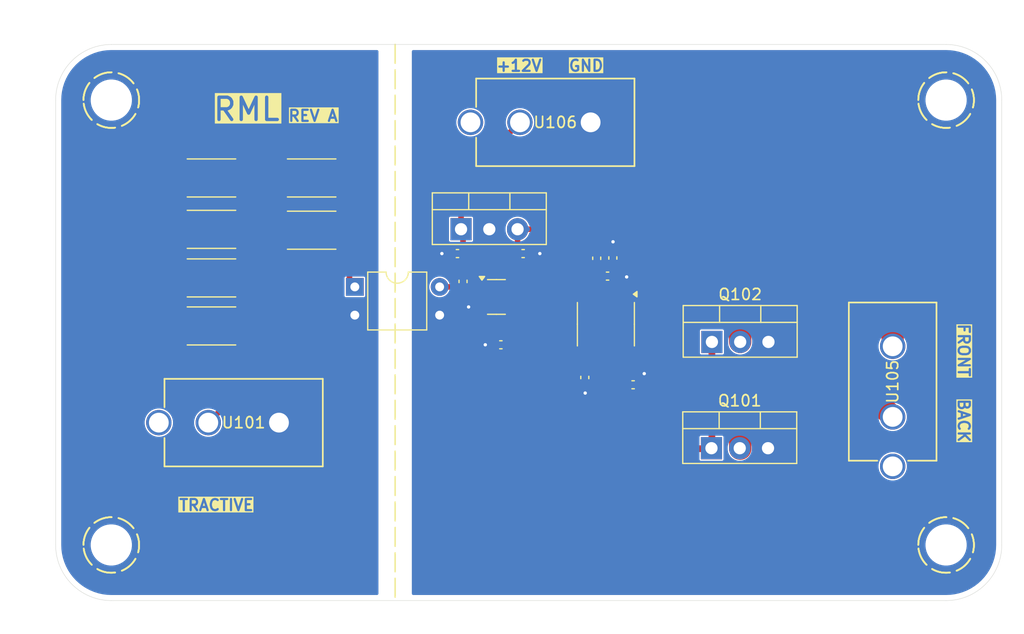
<source format=kicad_pcb>
(kicad_pcb (version 20241229) (generator "pcbnew") (generator_version "9.0")
  (layers (0 "F.Cu" signal) (4 "In1.Cu" signal) (6 "In2.Cu" signal) (2 "B.Cu" signal) (13 "F.Paste" user) (15 "B.Paste" user) (5 "F.SilkS" user "F.Silkscreen") (7 "B.SilkS" user "B.Silkscreen") (1 "F.Mask" user) (3 "B.Mask" user) (25 "Edge.Cuts" user))
  (net 0 "")
  (net 1 "Net-(U102-CV)")
  (net 2 "+12V")
  (net 3 "GND")
  (net 4 "+5V")
  (net 5 "Net-(Q101-D)")
  (net 6 "/THRESH")
  (net 7 "/DRIVE")
  (net 8 "352.8V")
  (net 9 "Net-(Q102-D)")
  (net 10 "Net-(R101-Pad1)")
  (net 11 "Net-(R102-Pad1)")
  (net 12 "Net-(R103-Pad1)")
  (net 13 "Net-(R104-Pad1)")
  (net 14 "CLOCK")
  (net 15 "12.5 mA")
  (net 16 "GNDPWR")
  (net 17 "Net-(R106-Pad1)")
  (net 18 "Net-(R109-Pad2)")
  (footprint "Package_TO_SOT_THT:TO-220-3_Vertical" (layer "F.Cu") (at 113.96 61.745)
    (property "Reference" "Q102" (at 2.54 -4.27 0) (layer "F.SilkS"))
    (property "Value" "Q_NMOS_GDS")
    (fp_line (start -2.58 -3.27) (end -2.58 1.371) (stroke (width 0.12)) (layer "F.SilkS"))
    (fp_line (start -2.58 -3.27) (end 7.66 -3.27) (stroke (width 0.12)) (layer "F.SilkS"))
    (fp_line (start -2.58 -1.76) (end 7.66 -1.76) (stroke (width 0.12)) (layer "F.SilkS"))
    (fp_line (start -2.58 1.371) (end 7.66 1.371) (stroke (width 0.12)) (layer "F.SilkS"))
    (fp_line (start 0.69 -3.27) (end 0.69 -1.76) (stroke (width 0.12)) (layer "F.SilkS"))
    (fp_line (start 4.391 -3.27) (end 4.391 -1.76) (stroke (width 0.12)) (layer "F.SilkS"))
    (fp_line (start 7.66 -3.27) (end 7.66 1.371) (stroke (width 0.12)) (layer "F.SilkS"))
    (pad "1" thru_hole rect (at 0 0) (size 1.905 2) (drill 1.1) (layers "*.Cu" "*.Mask") (net 7 "/DRIVE"))
    (pad "2" thru_hole oval (at 2.54 0) (size 1.905 2) (drill 1.1) (layers "*.Cu" "*.Mask") (net 9 "Net-(Q102-D)"))
    (pad "3" thru_hole oval (at 5.08 0) (size 1.905 2) (drill 1.1) (layers "*.Cu" "*.Mask") (net 3 "GND"))
  )
  (footprint "MountingHole:MountingHole_3.2mm_M3" (layer "F.Cu") (at 60 80)
    (property "Reference" "H103" (hide yes))
    (property "Value" "MountingHole")
    (pad "" np_thru_hole circle (at 0 0) (size 3.2 3.2) (drill 3.2) (layers "*.Cu" "*.Mask"))
  )
  (footprint "Capacitor_SMD:C_0402_1005Metric" (layer "F.Cu") (at 106.880992 65.595485)
    (property "Reference" "C102" (hide yes))
    (property "Value" "0.1u")
    (fp_line (start -0.107836 -0.36) (end 0.107836 -0.36) (stroke (width 0.12)) (layer "F.SilkS"))
    (fp_line (start -0.107836 0.36) (end 0.107836 0.36) (stroke (width 0.12)) (layer "F.SilkS"))
    (pad "1" smd roundrect (at -0.48 0) (size 0.56 0.62) (layers "F.Cu" "F.Mask" "F.Paste") (net 4 "+5V"))
    (pad "2" smd roundrect (at 0.48 0) (size 0.56 0.62) (layers "F.Cu" "F.Mask" "F.Paste") (net 3 "GND"))
  )
  (footprint "Resistor_SMD:R_2512_6332Metric_Pad1.40x3.35mm_HandSolder" (layer "F.Cu") (at 69 47 180)
    (property "Reference" "R104" (hide yes))
    (property "Value" "4.7k")
    (fp_line (start -2.177064 1.71) (end 2.177064 1.71) (stroke (width 0.12)) (layer "F.SilkS"))
    (fp_line (start -2.177064 -1.71) (end 2.177064 -1.71) (stroke (width 0.12)) (layer "F.SilkS"))
    (pad "1" smd roundrect (at -3.05 0 180) (size 1.4 3.35) (layers "F.Cu" "F.Mask" "F.Paste") (roundrect_rratio 0.178571) (net 13 "Net-(R104-Pad1)"))
    (pad "2" smd roundrect (at 3.05 0 180) (size 1.4 3.35) (layers "F.Cu" "F.Mask" "F.Paste") (roundrect_rratio 0.178571) (net 12 "Net-(R103-Pad1)"))
  )
  (footprint "Package_DIP:DIP-4_W7.62mm" (layer "F.Cu") (at 81.878 56.795)
    (property "Reference" "U103" (hide yes))
    (property "Value" "SFH617A-1")
    (fp_line (start 1.16 -1.33) (end 1.16 3.87) (stroke (width 0.12)) (layer "F.SilkS"))
    (fp_line (start 1.16 3.87) (end 6.46 3.87) (stroke (width 0.12)) (layer "F.SilkS"))
    (fp_line (start 2.81 -1.33) (end 1.16 -1.33) (stroke (width 0.12)) (layer "F.SilkS"))
    (fp_line (start 6.46 -1.33) (end 4.81 -1.33) (stroke (width 0.12)) (layer "F.SilkS"))
    (fp_line (start 6.46 3.87) (end 6.46 -1.33) (stroke (width 0.12)) (layer "F.SilkS"))
    (fp_arc (start 4.81 -1.33) (mid 3.81 -0.33) (end 2.81 -1.33) (stroke (width 0.12)) (layer "F.SilkS"))
    (pad "1" thru_hole rect (at 0 0) (size 1.6 1.6) (drill 0.8) (layers "*.Cu" "*.Mask") (net 15 "12.5 mA"))
    (pad "2" thru_hole oval (at 0 2.54) (size 1.6 1.6) (drill 0.8) (layers "*.Cu" "*.Mask") (net 16 "GNDPWR"))
    (pad "3" thru_hole oval (at 7.62 2.54) (size 1.6 1.6) (drill 0.8) (layers "*.Cu" "*.Mask") (net 3 "GND"))
    (pad "4" thru_hole oval (at 7.62 0) (size 1.6 1.6) (drill 0.8) (layers "*.Cu" "*.Mask") (net 18 "Net-(R109-Pad2)"))
  )
  (footprint "MountingHole:MountingHole_3.2mm_M3" (layer "F.Cu") (at 60 40)
    (property "Reference" "H104" (hide yes))
    (property "Value" "MountingHole")
    (pad "" np_thru_hole circle (at 0 0) (size 3.2 3.2) (drill 3.2) (layers "*.Cu" "*.Mask"))
  )
  (footprint "CONNECTOR:641964-1_TYC" (layer "F.Cu") (at 68.714 69)
    (property "Reference" "U101" (at 3.175 0 0) (layer "F.SilkS"))
    (property "Value" "641964-1")
    (fp_line (start -3.937 -3.937) (end -3.937 -1.385548) (stroke (width 0.1524)) (layer "F.SilkS"))
    (fp_line (start -3.937 1.385548) (end -3.937 3.937) (stroke (width 0.1524)) (layer "F.SilkS"))
    (fp_line (start -3.937 3.937) (end 10.287 3.937) (stroke (width 0.1524)) (layer "F.SilkS"))
    (fp_line (start 10.287 -3.937) (end -3.937 -3.937) (stroke (width 0.1524)) (layer "F.SilkS"))
    (fp_line (start 10.287 3.937) (end 10.287 -3.937) (stroke (width 0.1524)) (layer "F.SilkS"))
    (fp_circle (center -4.572 0) (end -4.191 0) (stroke (width 0.508)) (fill no) (layer "B.SilkS"))
    (pad "1" thru_hole circle (at 0 0) (size 2.286 2.286) (drill 1.778) (layers "*.Cu" "*.Mask") (net 8 "352.8V"))
    (pad "2" thru_hole circle (at 6.35 0) (size 2.286 2.286) (drill 1.778) (layers "*.Cu" "*.Mask") (net 16 "GNDPWR"))
    (pad "3" thru_hole circle (at -4.445 0) (size 2.286 2.286) (drill 1.778) (layers "*.Cu" "*.Mask"))
  )
  (footprint "Capacitor_SMD:C_0402_1005Metric" (layer "F.Cu") (at 104.585 55.82586)
    (property "Reference" "R105" (hide yes))
    (property "Value" "15k")
    (fp_line (start -0.107836 -0.36) (end 0.107836 -0.36) (stroke (width 0.12)) (layer "F.SilkS"))
    (fp_line (start -0.107836 0.36) (end 0.107836 0.36) (stroke (width 0.12)) (layer "F.SilkS"))
    (pad "1" smd roundrect (at -0.48 0) (size 0.56 0.62) (layers "F.Cu" "F.Mask" "F.Paste") (net 14 "CLOCK"))
    (pad "2" smd roundrect (at 0.48 0) (size 0.56 0.62) (layers "F.Cu" "F.Mask" "F.Paste") (net 6 "/THRESH"))
  )
  (footprint "Capacitor_SMD:C_0402_1005Metric" (layer "F.Cu") (at 102.54 64.94086 -90)
    (property "Reference" "C103" (hide yes))
    (property "Value" "0.01u")
    (fp_line (start -0.107836 0.36) (end 0.107836 0.36) (stroke (width 0.12)) (layer "F.SilkS"))
    (fp_line (start -0.107836 -0.36) (end 0.107836 -0.36) (stroke (width 0.12)) (layer "F.SilkS"))
    (pad "1" smd roundrect (at -0.48 0 270) (size 0.56 0.62) (layers "F.Cu" "F.Mask" "F.Paste") (net 1 "Net-(U102-CV)"))
    (pad "2" smd roundrect (at 0.48 0 270) (size 0.56 0.62) (layers "F.Cu" "F.Mask" "F.Paste") (net 3 "GND"))
  )
  (footprint "MountingHole:MountingHole_3.2mm_M3" (layer "F.Cu") (at 135 80)
    (property "Reference" "H101" (hide yes))
    (property "Value" "MountingHole")
    (pad "" np_thru_hole circle (at 0 0) (size 3.2 3.2) (drill 3.2) (layers "*.Cu" "*.Mask"))
  )
  (footprint "Resistor_SMD:R_2512_6332Metric_Pad1.40x3.35mm_HandSolder" (layer "F.Cu") (at 78 47 180)
    (property "Reference" "R106" (hide yes))
    (property "Value" "4.7k")
    (fp_line (start -2.177064 1.71) (end 2.177064 1.71) (stroke (width 0.12)) (layer "F.SilkS"))
    (fp_line (start -2.177064 -1.71) (end 2.177064 -1.71) (stroke (width 0.12)) (layer "F.SilkS"))
    (pad "1" smd roundrect (at -3.05 0 180) (size 1.4 3.35) (layers "F.Cu" "F.Mask" "F.Paste") (roundrect_rratio 0.178571) (net 17 "Net-(R106-Pad1)"))
    (pad "2" smd roundrect (at 3.05 0 180) (size 1.4 3.35) (layers "F.Cu" "F.Mask" "F.Paste") (roundrect_rratio 0.178571) (net 13 "Net-(R104-Pad1)"))
  )
  (footprint "CONNECTOR:641964-1_TYC" (layer "F.Cu") (at 96.714 42)
    (property "Reference" "U106" (at 3.175 0 0) (layer "F.SilkS"))
    (property "Value" "641964-1")
    (fp_line (start -3.937 -3.937) (end -3.937 -1.385548) (stroke (width 0.1524)) (layer "F.SilkS"))
    (fp_line (start -3.937 1.385548) (end -3.937 3.937) (stroke (width 0.1524)) (layer "F.SilkS"))
    (fp_line (start -3.937 3.937) (end 10.287 3.937) (stroke (width 0.1524)) (layer "F.SilkS"))
    (fp_line (start 10.287 -3.937) (end -3.937 -3.937) (stroke (width 0.1524)) (layer "F.SilkS"))
    (fp_line (start 10.287 3.937) (end 10.287 -3.937) (stroke (width 0.1524)) (layer "F.SilkS"))
    (fp_circle (center -4.572 0) (end -4.191 0) (stroke (width 0.508)) (fill no) (layer "B.SilkS"))
    (pad "1" thru_hole circle (at 0 0) (size 2.286 2.286) (drill 1.778) (layers "*.Cu" "*.Mask") (net 2 "+12V"))
    (pad "2" thru_hole circle (at 6.35 0) (size 2.286 2.286) (drill 1.778) (layers "*.Cu" "*.Mask") (net 3 "GND"))
    (pad "3" thru_hole circle (at -4.445 0) (size 2.286 2.286) (drill 1.778) (layers "*.Cu" "*.Mask"))
  )
  (footprint "Capacitor_SMD:C_0402_1005Metric" (layer "F.Cu") (at 91.1 53.8 180)
    (property "Reference" "C105" (hide yes))
    (property "Value" "0.33u")
    (fp_line (start -0.107836 0.36) (end 0.107836 0.36) (stroke (width 0.12)) (layer "F.SilkS"))
    (fp_line (start -0.107836 -0.36) (end 0.107836 -0.36) (stroke (width 0.12)) (layer "F.SilkS"))
    (pad "1" smd roundrect (at -0.48 0 180) (size 0.56 0.62) (layers "F.Cu" "F.Mask" "F.Paste") (net 2 "+12V"))
    (pad "2" smd roundrect (at 0.48 0 180) (size 0.56 0.62) (layers "F.Cu" "F.Mask" "F.Paste") (net 3 "GND"))
  )
  (footprint "Resistor_SMD:R_2512_6332Metric_Pad1.40x3.35mm_HandSolder" (layer "F.Cu") (at 78 51.7 180)
    (property "Reference" "R108" (hide yes))
    (property "Value" "4.7k")
    (fp_line (start -2.177064 1.71) (end 2.177064 1.71) (stroke (width 0.12)) (layer "F.SilkS"))
    (fp_line (start -2.177064 -1.71) (end 2.177064 -1.71) (stroke (width 0.12)) (layer "F.SilkS"))
    (pad "1" smd roundrect (at -3.05 0 180) (size 1.4 3.35) (layers "F.Cu" "F.Mask" "F.Paste") (roundrect_rratio 0.178571) (net 15 "12.5 mA"))
    (pad "2" smd roundrect (at 3.05 0 180) (size 1.4 3.35) (layers "F.Cu" "F.Mask" "F.Paste") (roundrect_rratio 0.178571) (net 17 "Net-(R106-Pad1)"))
  )
  (footprint "Resistor_SMD:R_2512_6332Metric_Pad1.40x3.35mm_HandSolder" (layer "F.Cu") (at 69 55.988 180)
    (property "Reference" "R102" (hide yes))
    (property "Value" "4.7k")
    (fp_line (start -2.177064 1.71) (end 2.177064 1.71) (stroke (width 0.12)) (layer "F.SilkS"))
    (fp_line (start -2.177064 -1.71) (end 2.177064 -1.71) (stroke (width 0.12)) (layer "F.SilkS"))
    (pad "1" smd roundrect (at -3.05 0 180) (size 1.4 3.35) (layers "F.Cu" "F.Mask" "F.Paste") (roundrect_rratio 0.178571) (net 11 "Net-(R102-Pad1)"))
    (pad "2" smd roundrect (at 3.05 0 180) (size 1.4 3.35) (layers "F.Cu" "F.Mask" "F.Paste") (roundrect_rratio 0.178571) (net 10 "Net-(R101-Pad1)"))
  )
  (footprint "Capacitor_SMD:C_0402_1005Metric" (layer "F.Cu") (at 97 53.8)
    (property "Reference" "C106" (hide yes))
    (property "Value" "0.01u")
    (fp_line (start -0.107836 -0.36) (end 0.107836 -0.36) (stroke (width 0.12)) (layer "F.SilkS"))
    (fp_line (start -0.107836 0.36) (end 0.107836 0.36) (stroke (width 0.12)) (layer "F.SilkS"))
    (pad "1" smd roundrect (at -0.48 0) (size 0.56 0.62) (layers "F.Cu" "F.Mask" "F.Paste") (net 4 "+5V"))
    (pad "2" smd roundrect (at 0.48 0) (size 0.56 0.62) (layers "F.Cu" "F.Mask" "F.Paste") (net 3 "GND"))
  )
  (footprint "Capacitor_SMD:C_0201_0603Metric" (layer "F.Cu") (at 106.680992 64.495485)
    (property "Reference" "C101" (hide yes))
    (property "Value" "1u")
    (pad "1" smd roundrect (at -0.32 0) (size 0.46 0.4) (layers "F.Cu" "F.Mask") (net 4 "+5V"))
    (pad "2" smd roundrect (at 0.32 0) (size 0.46 0.4) (layers "F.Cu" "F.Mask") (net 3 "GND"))
  )
  (footprint "Capacitor_SMD:C_0402_1005Metric" (layer "F.Cu") (at 105.06 54.19586 -90)
    (property "Reference" "C104" (hide yes))
    (property "Value" "22u")
    (fp_line (start -0.107836 0.36) (end 0.107836 0.36) (stroke (width 0.12)) (layer "F.SilkS"))
    (fp_line (start -0.107836 -0.36) (end 0.107836 -0.36) (stroke (width 0.12)) (layer "F.SilkS"))
    (pad "1" smd roundrect (at -0.48 0 270) (size 0.56 0.62) (layers "F.Cu" "F.Mask" "F.Paste") (net 3 "GND"))
    (pad "2" smd roundrect (at 0.48 0 270) (size 0.56 0.62) (layers "F.Cu" "F.Mask" "F.Paste") (net 6 "/THRESH"))
  )
  (footprint "Capacitor_SMD:C_0402_1005Metric" (layer "F.Cu") (at 91.6 56.3 -90)
    (property "Reference" "R109" (hide yes))
    (property "Value" "10k")
    (fp_line (start -0.107836 0.36) (end 0.107836 0.36) (stroke (width 0.12)) (layer "F.SilkS"))
    (fp_line (start -0.107836 -0.36) (end 0.107836 -0.36) (stroke (width 0.12)) (layer "F.SilkS"))
    (pad "1" smd roundrect (at -0.48 0 270) (size 0.56 0.62) (layers "F.Cu" "F.Mask" "F.Paste") (net 4 "+5V"))
    (pad "2" smd roundrect (at 0.48 0 270) (size 0.56 0.62) (layers "F.Cu" "F.Mask" "F.Paste") (net 18 "Net-(R109-Pad2)"))
  )
  (footprint "Capacitor_SMD:C_0402_1005Metric" (layer "F.Cu") (at 103.61 54.22086 90)
    (property "Reference" "R107" (hide yes))
    (property "Value" "100k")
    (fp_line (start -0.107836 -0.36) (end 0.107836 -0.36) (stroke (width 0.12)) (layer "F.SilkS"))
    (fp_line (start -0.107836 0.36) (end 0.107836 0.36) (stroke (width 0.12)) (layer "F.SilkS"))
    (pad "1" smd roundrect (at -0.48 0 90) (size 0.56 0.62) (layers "F.Cu" "F.Mask" "F.Paste") (net 6 "/THRESH"))
    (pad "2" smd roundrect (at 0.48 0 90) (size 0.56 0.62) (layers "F.Cu" "F.Mask" "F.Paste") (net 4 "+5V"))
  )
  (footprint "Resistor_SMD:R_2512_6332Metric_Pad1.40x3.35mm_HandSolder" (layer "F.Cu") (at 69 51.621)
    (property "Reference" "R103" (hide yes))
    (property "Value" "4.7k")
    (fp_line (start -2.177064 -1.71) (end 2.177064 -1.71) (stroke (width 0.12)) (layer "F.SilkS"))
    (fp_line (start -2.177064 1.71) (end 2.177064 1.71) (stroke (width 0.12)) (layer "F.SilkS"))
    (pad "1" smd roundrect (at -3.05 0) (size 1.4 3.35) (layers "F.Cu" "F.Mask" "F.Paste") (roundrect_rratio 0.178571) (net 12 "Net-(R103-Pad1)"))
    (pad "2" smd roundrect (at 3.05 0) (size 1.4 3.35) (layers "F.Cu" "F.Mask" "F.Paste") (roundrect_rratio 0.178571) (net 11 "Net-(R102-Pad1)"))
  )
  (footprint "Capacitor_SMD:C_0402_1005Metric" (layer "F.Cu") (at 95 62)
    (property "Reference" "R110" (hide yes))
    (property "Value" "100k")
    (fp_line (start -0.107836 -0.36) (end 0.107836 -0.36) (stroke (width 0.12)) (layer "F.SilkS"))
    (fp_line (start -0.107836 0.36) (end 0.107836 0.36) (stroke (width 0.12)) (layer "F.SilkS"))
    (pad "1" smd roundrect (at -0.48 0) (size 0.56 0.62) (layers "F.Cu" "F.Mask" "F.Paste") (net 3 "GND"))
    (pad "2" smd roundrect (at 0.48 0) (size 0.56 0.62) (layers "F.Cu" "F.Mask" "F.Paste") (net 7 "/DRIVE"))
  )
  (footprint "Package_SO:SOIC-8_3.9x4.9mm_P1.27mm" (layer "F.Cu") (at 104.435 60.15086 -90)
    (property "Reference" "U102" (hide yes))
    (property "Value" "LM555xM")
    (fp_line (start 0 2.56) (end -1.95 2.56) (stroke (width 0.12)) (layer "F.SilkS"))
    (fp_line (start 0 2.56) (end 1.95 2.56) (stroke (width 0.12)) (layer "F.SilkS"))
    (fp_line (start 0 -2.56) (end -1.95 -2.56) (stroke (width 0.12)) (layer "F.SilkS"))
    (fp_line (start 0 -2.56) (end 1.95 -2.56) (stroke (width 0.12)) (layer "F.SilkS"))
    (fp_poly (pts (xy -2.7 -2.465) (xy -2.94 -2.795) (xy -2.46 -2.795) (xy -2.7 -2.465)) (stroke (width 0.12)) (fill yes) (layer "F.SilkS"))
    (pad "1" smd roundrect (at -2.475 -1.905 270) (size 1.95 0.6) (layers "F.Cu" "F.Mask" "F.Paste") (net 3 "GND"))
    (pad "2" smd roundrect (at -2.475 -0.635 270) (size 1.95 0.6) (layers "F.Cu" "F.Mask" "F.Paste") (net 6 "/THRESH"))
    (pad "3" smd roundrect (at -2.475 0.635 270) (size 1.95 0.6) (layers "F.Cu" "F.Mask" "F.Paste") (net 14 "CLOCK"))
    (pad "4" smd roundrect (at -2.475 1.905 270) (size 1.95 0.6) (layers "F.Cu" "F.Mask" "F.Paste") (net 4 "+5V"))
    (pad "5" smd roundrect (at 2.475 1.905 270) (size 1.95 0.6) (layers "F.Cu" "F.Mask" "F.Paste") (net 1 "Net-(U102-CV)"))
    (pad "6" smd roundrect (at 2.475 0.635 270) (size 1.95 0.6) (layers "F.Cu" "F.Mask" "F.Paste") (net 6 "/THRESH"))
    (pad "7" smd roundrect (at 2.475 -0.635 270) (size 1.95 0.6) (layers "F.Cu" "F.Mask" "F.Paste"))
    (pad "8" smd roundrect (at 2.475 -1.905 270) (size 1.95 0.6) (layers "F.Cu" "F.Mask" "F.Paste") (net 4 "+5V"))
  )
  (footprint "Resistor_SMD:R_2512_6332Metric_Pad1.40x3.35mm_HandSolder" (layer "F.Cu") (at 69 60.306)
    (property "Reference" "R101" (hide yes))
    (property "Value" "4.7k")
    (fp_line (start -2.177064 -1.71) (end 2.177064 -1.71) (stroke (width 0.12)) (layer "F.SilkS"))
    (fp_line (start -2.177064 1.71) (end 2.177064 1.71) (stroke (width 0.12)) (layer "F.SilkS"))
    (pad "1" smd roundrect (at -3.05 0) (size 1.4 3.35) (layers "F.Cu" "F.Mask" "F.Paste") (roundrect_rratio 0.178571) (net 10 "Net-(R101-Pad1)"))
    (pad "2" smd roundrect (at 3.05 0) (size 1.4 3.35) (layers "F.Cu" "F.Mask" "F.Paste") (roundrect_rratio 0.178571) (net 8 "352.8V"))
  )
  (footprint "Package_TO_SOT_THT:TO-220-3_Vertical" (layer "F.Cu") (at 91.42 51.611)
    (property "Reference" "U107" (hide yes))
    (property "Value" "LM7805_TO220")
    (fp_line (start -2.58 -3.27) (end -2.58 1.371) (stroke (width 0.12)) (layer "F.SilkS"))
    (fp_line (start -2.58 -3.27) (end 7.66 -3.27) (stroke (width 0.12)) (layer "F.SilkS"))
    (fp_line (start -2.58 -1.76) (end 7.66 -1.76) (stroke (width 0.12)) (layer "F.SilkS"))
    (fp_line (start -2.58 1.371) (end 7.66 1.371) (stroke (width 0.12)) (layer "F.SilkS"))
    (fp_line (start 0.69 -3.27) (end 0.69 -1.76) (stroke (width 0.12)) (layer "F.SilkS"))
    (fp_line (start 4.391 -3.27) (end 4.391 -1.76) (stroke (width 0.12)) (layer "F.SilkS"))
    (fp_line (start 7.66 -3.27) (end 7.66 1.371) (stroke (width 0.12)) (layer "F.SilkS"))
    (pad "1" thru_hole rect (at 0 0) (size 1.905 2) (drill 1.1) (layers "*.Cu" "*.Mask") (net 2 "+12V"))
    (pad "2" thru_hole oval (at 2.54 0) (size 1.905 2) (drill 1.1) (layers "*.Cu" "*.Mask") (net 3 "GND"))
    (pad "3" thru_hole oval (at 5.08 0) (size 1.905 2) (drill 1.1) (layers "*.Cu" "*.Mask") (net 4 "+5V"))
  )
  (footprint "Package_TO_SOT_THT:TO-220-3_Vertical" (layer "F.Cu") (at 113.92 71.3)
    (property "Reference" "Q101" (at 2.54 -4.27 0) (layer "F.SilkS"))
    (property "Value" "Q_NMOS_GDS")
    (fp_line (start -2.58 -3.27) (end -2.58 1.371) (stroke (width 0.12)) (layer "F.SilkS"))
    (fp_line (start -2.58 -3.27) (end 7.66 -3.27) (stroke (width 0.12)) (layer "F.SilkS"))
    (fp_line (start -2.58 -1.76) (end 7.66 -1.76) (stroke (width 0.12)) (layer "F.SilkS"))
    (fp_line (start -2.58 1.371) (end 7.66 1.371) (stroke (width 0.12)) (layer "F.SilkS"))
    (fp_line (start 0.69 -3.27) (end 0.69 -1.76) (stroke (width 0.12)) (layer "F.SilkS"))
    (fp_line (start 4.391 -3.27) (end 4.391 -1.76) (stroke (width 0.12)) (layer "F.SilkS"))
    (fp_line (start 7.66 -3.27) (end 7.66 1.371) (stroke (width 0.12)) (layer "F.SilkS"))
    (pad "1" thru_hole rect (at 0 0) (size 1.905 2) (drill 1.1) (layers "*.Cu" "*.Mask") (net 7 "/DRIVE"))
    (pad "2" thru_hole oval (at 2.54 0) (size 1.905 2) (drill 1.1) (layers "*.Cu" "*.Mask") (net 5 "Net-(Q101-D)"))
    (pad "3" thru_hole oval (at 5.08 0) (size 1.905 2) (drill 1.1) (layers "*.Cu" "*.Mask") (net 3 "GND"))
  )
  (footprint "MountingHole:MountingHole_3.2mm_M3" (layer "F.Cu") (at 135 40)
    (property "Reference" "H102" (hide yes))
    (property "Value" "MountingHole")
    (pad "" np_thru_hole circle (at 0 0) (size 3.2 3.2) (drill 3.2) (layers "*.Cu" "*.Mask"))
  )
  (footprint "CONNECTOR:641964-1_TYC" (layer "F.Cu") (at 130.2 68.486 90)
    (property "Reference" "U105" (at 3.175 0 90) (layer "F.SilkS"))
    (property "Value" "641964-1")
    (fp_line (start 10.287 -3.937) (end -3.937 -3.937) (stroke (width 0.1524)) (layer "F.SilkS"))
    (fp_line (start -3.937 -3.937) (end -3.937 -1.385548) (stroke (width 0.1524)) (layer "F.SilkS"))
    (fp_line (start -3.937 1.385548) (end -3.937 3.937) (stroke (width 0.1524)) (layer "F.SilkS"))
    (fp_line (start 10.287 3.937) (end 10.287 -3.937) (stroke (width 0.1524)) (layer "F.SilkS"))
    (fp_line (start -3.937 3.937) (end 10.287 3.937) (stroke (width 0.1524)) (layer "F.SilkS"))
    (fp_circle (center -4.572 0) (end -4.191 0) (stroke (width 0.508)) (fill no) (layer "B.SilkS"))
    (pad "1" thru_hole circle (at 0 0 90) (size 2.286 2.286) (drill 1.778) (layers "*.Cu" "*.Mask") (net 5 "Net-(Q101-D)"))
    (pad "2" thru_hole circle (at 6.35 0 90) (size 2.286 2.286) (drill 1.778) (layers "*.Cu" "*.Mask") (net 9 "Net-(Q102-D)"))
    (pad "3" thru_hole circle (at -4.445 0 90) (size 2.286 2.286) (drill 1.778) (layers "*.Cu" "*.Mask"))
  )
  (footprint "Package_TO_SOT_SMD:SOT-23-5" (layer "F.Cu") (at 94.6 57.7)
    (property "Reference" "U104" (hide yes))
    (property "Value" "74AHC1G02")
    (fp_line (start 0 -1.56) (end -0.8 -1.56) (stroke (width 0.12)) (layer "F.SilkS"))
    (fp_line (start 0 -1.56) (end 0.8 -1.56) (stroke (width 0.12)) (layer "F.SilkS"))
    (fp_line (start 0 1.56) (end -0.8 1.56) (stroke (width 0.12)) (layer "F.SilkS"))
    (fp_line (start 0 1.56) (end 0.8 1.56) (stroke (width 0.12)) (layer "F.SilkS"))
    (fp_poly (pts (xy -1.3 -1.51) (xy -1.54 -1.84) (xy -1.06 -1.84) (xy -1.3 -1.51)) (stroke (width 0.12)) (fill yes) (layer "F.SilkS"))
    (pad "1" smd roundrect (at -1.1375 -0.95) (size 1.325 0.6) (layers "F.Cu" "F.Mask" "F.Paste") (net 18 "Net-(R109-Pad2)"))
    (pad "2" smd roundrect (at -1.1375 0) (size 1.325 0.6) (layers "F.Cu" "F.Mask" "F.Paste") (net 14 "CLOCK"))
    (pad "3" smd roundrect (at -1.1375 0.95) (size 1.325 0.6) (layers "F.Cu" "F.Mask" "F.Paste") (net 3 "GND"))
    (pad "4" smd roundrect (at 1.1375 0.95) (size 1.325 0.6) (layers "F.Cu" "F.Mask" "F.Paste") (net 7 "/DRIVE"))
    (pad "5" smd roundrect (at 1.1375 -0.95) (size 1.325 0.6) (layers "F.Cu" "F.Mask" "F.Paste") (net 4 "+5V"))
  )
  (gr_line (start 85.5 35) (end 85.5 85) (stroke (width 0.1524) (type dash)) (layer "F.SilkS"))
  (gr_circle (center 60 40) (end 57.5 40) (stroke (width 0.1524) (type dash)) (fill no) (layer "F.SilkS"))
  (gr_circle (center 135 80) (end 132.5 80) (stroke (width 0.1524) (type dash)) (fill no) (layer "F.SilkS"))
  (gr_circle (center 60 80) (end 57.5 80) (stroke (width 0.1524) (type dash)) (fill no) (layer "F.SilkS"))
  (gr_circle (center 135 40) (end 132.5 40) (stroke (width 0.1524) (type dash)) (fill no) (layer "F.SilkS"))
  (gr_arc (start 140 80) (mid 138.535534 83.535534) (end 135 85) (stroke (width 0.0381)) (layer "Edge.Cuts"))
  (gr_arc (start 135 35) (mid 138.535534 36.464466) (end 140 40) (stroke (width 0.0381)) (layer "Edge.Cuts"))
  (gr_line (start 135 85) (end 60 85) (stroke (width 0.0381)) (layer "Edge.Cuts"))
  (gr_line (start 140 40) (end 140 80) (stroke (width 0.0381)) (layer "Edge.Cuts"))
  (gr_arc (start 60 85) (mid 56.464466 83.535534) (end 55 80) (stroke (width 0.0381)) (layer "Edge.Cuts"))
  (gr_line (start 55 80) (end 55 40) (stroke (width 0.0381)) (layer "Edge.Cuts"))
  (gr_arc (start 55 40) (mid 56.464466 36.464466) (end 60 35) (stroke (width 0.0381)) (layer "Edge.Cuts"))
  (gr_line (start 60 35) (end 135 35) (stroke (width 0.0381)) (layer "Edge.Cuts"))
  (gr_text "TRACTIVE" (at 66 77 0) (layer "F.SilkS" knockout) (effects (font (size 1 1) (thickness 0.2) (bold yes)) (justify left bottom)))
  (gr_text "REV A" (at 75.8 42 0) (layer "F.SilkS" knockout) (effects (font (size 1 1) (thickness 0.2) (bold yes)) (justify left bottom)))
  (gr_text "FRONT" (at 136 60 270) (layer "F.SilkS" knockout) (effects (font (size 1 1) (thickness 0.2) (bold yes)) (justify left bottom)))
  (gr_text "+12V" (at 94.5 37.5 0) (layer "F.SilkS" knockout) (effects (font (size 1 1) (thickness 0.2) (bold yes)) (justify left bottom)))
  (gr_text "RML" (at 69 42 0) (layer "F.SilkS" knockout) (effects (font (size 2 2) (thickness 0.3)) (justify left bottom)))
  (gr_text "BACK\n" (at 136 66.75 270) (layer "F.SilkS" knockout) (effects (font (size 1 1) (thickness 0.2) (bold yes)) (justify left bottom)))
  (gr_text "GND" (at 101 37.5 0) (layer "F.SilkS" knockout) (effects (font (size 1 1) (thickness 0.2) (bold yes)) (justify left bottom)))
  (segment (start 102.54 64.33586) (end 102.54 64.46086) (width 0.3) (layer "F.Cu") (net 1))
  (segment (start 102.53 64.32586) (end 102.54 64.33586) (width 0.3) (layer "F.Cu") (net 1))
  (segment (start 102.53 62.62586) (end 102.53 64.32586) (width 0.3) (layer "F.Cu") (net 1))
  (segment (start 91.42 51.611) (end 91.6 51.791) (width 0.5) (layer "F.Cu") (net 2))
  (segment (start 91.6 53.78) (end 91.58 53.8) (width 0.5) (layer "F.Cu") (net 2))
  (segment (start 91.42 47.294) (end 91.42 51.611) (width 0.5) (layer "F.Cu") (net 2))
  (segment (start 91.6 51.791) (end 91.6 53.78) (width 0.5) (layer "F.Cu") (net 2))
  (segment (start 96.714 42) (end 91.42 47.294) (width 0.5) (layer "F.Cu") (net 2))
  (segment (start 93.4625 58.65) (end 92.15 58.65) (width 0.5) (layer "F.Cu") (net 3))
  (segment (start 97.48 53.8) (end 98.5 53.8) (width 0.5) (layer "F.Cu") (net 3))
  (segment (start 94.52 62) (end 93.6 62) (width 0.5) (layer "F.Cu") (net 3))
  (segment (start 90.62 53.8) (end 89.7 53.8) (width 0.5) (layer "F.Cu") (net 3))
  (segment (start 106.34 55.94) (end 106.3 55.9) (width 0.6) (layer "F.Cu") (net 3))
  (segment (start 102.54 66.30486) (end 102.576 66.34086) (width 0.5) (layer "F.Cu") (net 3))
  (segment (start 92.15 58.65) (end 92.1 58.6) (width 0.5) (layer "F.Cu") (net 3))
  (segment (start 105.06 52.75686) (end 105.076 52.74086) (width 0.5) (layer "F.Cu") (net 3))
  (segment (start 102.54 65.42086) (end 102.54 66.30486) (width 0.5) (layer "F.Cu") (net 3))
  (segment (start 105.06 53.71586) (end 105.06 52.75686) (width 0.5) (layer "F.Cu") (net 3))
  (segment (start 106.34 57.67586) (end 106.34 55.94) (width 0.6) (layer "F.Cu") (net 3))
  (via (at 92.1 58.6) (size 0.7) (drill 0.3) (layers "F.Cu" "B.Cu") (net 3))
  (via (at 107.880992 64.595485) (size 0.7) (drill 0.3) (layers "F.Cu" "B.Cu") (net 3))
  (via (at 105.076 52.74086) (size 0.7) (drill 0.3) (layers "F.Cu" "B.Cu") (net 3))
  (via (at 102.576 66.34086) (size 0.7) (drill 0.3) (layers "F.Cu" "B.Cu") (net 3))
  (via (at 106.3 55.9) (size 0.7) (drill 0.3) (layers "F.Cu" "B.Cu") (net 3))
  (via (at 98.5 53.8) (size 0.7) (drill 0.3) (layers "F.Cu" "B.Cu") (net 3))
  (via (at 89.7 53.8) (size 0.7) (drill 0.3) (layers "F.Cu" "B.Cu") (net 3))
  (via (at 93.6 62) (size 0.7) (drill 0.3) (layers "F.Cu" "B.Cu") (net 3))
  (segment (start 108.3 67) (end 109 66.3) (width 0.5) (layer "F.Cu") (net 4))
  (segment (start 96.52 55) (end 96.52 55.9675) (width 0.5) (layer "F.Cu") (net 4))
  (segment (start 106.400992 65.595485) (end 106.400992 66.400992) (width 0.5) (layer "F.Cu") (net 4))
  (segment (start 96.5 53.826) (end 96.56 53.886) (width 0.5) (layer "F.Cu") (net 4))
  (segment (start 103.6 51.611) (end 103.6 52.1) (width 0.5) (layer "F.Cu") (net 4))
  (segment (start 107.611 51.611) (end 103.6 51.611) (width 0.5) (layer "F.Cu") (net 4))
  (segment (start 103.6 52.1) (end 103.61 52.11) (width 0.5) (layer "F.Cu") (net 4))
  (segment (start 106.400992 66.400992) (end 107 67) (width 0.5) (layer "F.Cu") (net 4))
  (segment (start 106.34 62.06676) (end 106.34 62.62586) (width 0.5) (layer "F.Cu") (net 4))
  (segment (start 109 53) (end 107.611 51.611) (width 0.5) (layer "F.Cu") (net 4))
  (segment (start 96.5 51.611) (end 96.5 53.826) (width 0.5) (layer "F.Cu") (net 4))
  (segment (start 107 67) (end 108.3 67) (width 0.5) (layer "F.Cu") (net 4))
  (segment (start 103.6 51.611) (end 96.5 51.611) (width 0.5) (layer "F.Cu") (net 4))
  (segment (start 102.53 54.48) (end 103.26914 53.74086) (width 0.5) (layer "F.Cu") (net 4))
  (segment (start 102.566 57.63986) (end 102.53 57.67586) (width 0.5) (layer "F.Cu") (net 4))
  (segment (start 102.53 57.67586) (end 102.53 54.48) (width 0.5) (layer "F.Cu") (net 4))
  (segment (start 91.6 55.4) (end 91.6 55.82) (width 0.5) (layer "F.Cu") (net 4))
  (segment (start 102.53 57.67586) (end 102.53 58.25676) (width 0.5) (layer "F.Cu") (net 4))
  (segment (start 96.52 53.8) (end 96.52 55) (width 0.5) (layer "F.Cu") (net 4))
  (segment (start 96.52 55.9675) (end 95.7375 56.75) (width 0.5) (layer "F.Cu") (net 4))
  (segment (start 109 66.3) (end 109 53) (width 0.5) (layer "F.Cu") (net 4))
  (segment (start 96.52 55) (end 92 55) (width 0.5) (layer "F.Cu") (net 4))
  (segment (start 103.26914 53.74086) (end 103.61 53.74086) (width 0.5) (layer "F.Cu") (net 4))
  (segment (start 103.61 52.11) (end 103.61 53.74086) (width 0.5) (layer "F.Cu") (net 4))
  (segment (start 92 55) (end 91.6 55.4) (width 0.5) (layer "F.Cu") (net 4))
  (segment (start 91.58 55.8) (end 91.6 55.82) (width 0.5) (layer "F.Cu") (net 4))
  (segment (start 97.354548 51.611) (end 96.5 51.611) (width 0.5) (layer "B.Cu") (net 4))
  (segment (start 128.714 67) (end 130.2 68.486) (width 2) (layer "F.Cu") (net 5))
  (segment (start 118 67) (end 128.714 67) (width 2) (layer "F.Cu") (net 5))
  (segment (start 116.5 71.345) (end 116.5 68.5) (width 2) (layer "F.Cu") (net 5))
  (segment (start 116.5 68.5) (end 118 67) (width 2) (layer "F.Cu") (net 5))
  (segment (start 103.635 54.67586) (end 103.61 54.70086) (width 0.3) (layer "F.Cu") (net 6))
  (segment (start 103.8 60.9) (end 103.8 62.62586) (width 0.5) (layer "F.Cu") (net 6))
  (segment (start 105.07 59.63) (end 103.8 60.9) (width 0.5) (layer "F.Cu") (net 6))
  (segment (start 105.07 57.67586) (end 105.07 59.63) (width 0.5) (layer "F.Cu") (net 6))
  (segment (start 105.06 54.67586) (end 103.635 54.67586) (width 0.3) (layer "F.Cu") (net 6))
  (segment (start 105.06 54.67586) (end 105.06 57.66586) (width 0.3) (layer "F.Cu") (net 6))
  (segment (start 103.79 62.61586) (end 103.8 62.62586) (width 0.3) (layer "F.Cu") (net 6))
  (segment (start 105.06 57.66586) (end 105.07 57.67586) (width 0.3) (layer "F.Cu") (net 6))
  (segment (start 95.7375 67.6375) (end 95.7375 58.65) (width 0.5) (layer "F.Cu") (net 7))
  (segment (start 99.445 71.345) (end 95.7375 67.6375) (width 0.6) (layer "F.Cu") (net 7))
  (segment (start 113.96 71.345) (end 99.445 71.345) (width 0.6) (layer "F.Cu") (net 7))
  (segment (start 113.96 61.745) (end 113.96 71.345) (width 0.6) (layer "F.Cu") (net 7))
  (segment (start 72.05 60.306) (end 72.05 65.664) (width 0.5) (layer "F.Cu") (net 8))
  (segment (start 72.05 65.664) (end 68.714 69) (width 0.5) (layer "F.Cu") (net 8))
  (segment (start 116.5 59.255) (end 117.755 58) (width 2) (layer "F.Cu") (net 9))
  (segment (start 128 58) (end 130.2 60.2) (width 2) (layer "F.Cu") (net 9))
  (segment (start 130.2 60.2) (end 130.2 62.136) (width 2) (layer "F.Cu") (net 9))
  (segment (start 117.755 58) (end 128 58) (width 2) (layer "F.Cu") (net 9))
  (segment (start 116.5 61.745) (end 116.5 59.255) (width 2) (layer "F.Cu") (net 9))
  (segment (start 65.95 60.306) (end 65.95 55.988) (width 0.5) (layer "F.Cu") (net 10))
  (segment (start 72.05 55.988) (end 72.05 51.621) (width 0.5) (layer "F.Cu") (net 11))
  (segment (start 65.95 51.621) (end 65.95 47) (width 0.5) (layer "F.Cu") (net 12))
  (segment (start 72.05 47) (end 74.95 47) (width 0.5) (layer "F.Cu") (net 13))
  (segment (start 104.105 55.82586) (end 104.105 57.37086) (width 0.3) (layer "F.Cu") (net 14))
  (segment (start 100 60) (end 102.450859 60) (width 0.5) (layer "F.Cu") (net 14))
  (segment (start 93.4625 57.7) (end 97.7 57.7) (width 0.5) (layer "F.Cu") (net 14))
  (segment (start 97.7 57.7) (end 100 60) (width 0.5) (layer "F.Cu") (net 14))
  (segment (start 104.105 57.37086) (end 103.8 57.67586) (width 0.3) (layer "F.Cu") (net 14))
  (segment (start 102.450859 60) (end 103.8 58.650859) (width 0.5) (layer "F.Cu") (net 14))
  (segment (start 103.8 58.650859) (end 103.8 57.67586) (width 0.5) (layer "F.Cu") (net 14))
  (segment (start 81.4 52.05) (end 81.4 56.317) (width 0.5) (layer "F.Cu") (net 15))
  (segment (start 81.05 51.7) (end 81.4 52.05) (width 0.5) (layer "F.Cu") (net 15))
  (segment (start 81.4 56.317) (end 81.878 56.795) (width 0.5) (layer "F.Cu") (net 15))
  (segment (start 81.05 47) (end 80.4 47) (width 0.5) (layer "F.Cu") (net 17))
  (segment (start 75.7 51.7) (end 74.95 51.7) (width 0.5) (layer "F.Cu") (net 17))
  (segment (start 80.4 47) (end 75.7 51.7) (width 0.5) (layer "F.Cu") (net 17))
  (segment (start 89.498 56.795) (end 93.4175 56.795) (width 0.5) (layer "F.Cu") (net 18))
  (segment (start 93.4175 56.795) (end 93.4625 56.75) (width 0.5) (layer "F.Cu") (net 18))
  (zone (net 3) (net_name "GND") (layer "F.Cu") (priority 3) (connect_pads yes (clearance 0)) (min_thickness 0.25) (fill yes (thermal_gap 0.5) (thermal_bridge_width 0.5))
    (polygon (pts (xy 106.980992 65.895485) (xy 107.180992 66.095485) (xy 107.580992 66.095485) (xy 107.780992 65.895485) (xy 107.780992 65.095485) (xy 108.180992 65.095485) (xy 108.380992 64.895485) (xy 108.380992 64.295485) (xy 108.180992 64.095485) (xy 107.580992 64.095485) (xy 106.780992 64.095485) (xy 106.780992 64.795485) (xy 106.980992 64.995485)))
  )
  (zone (net 4) (net_name "+5V") (layer "F.Cu") (connect_pads yes (clearance 0)) (min_thickness 0.25) (fill yes (thermal_gap 0.5) (thermal_bridge_width 0.5))
    (polygon (pts (xy 106.880992 64.995485) (xy 106.680992 64.795485) (xy 106.680992 61.595485) (xy 105.980992 61.595485) (xy 105.980992 65.895485) (xy 106.180992 66.095485) (xy 106.680992 66.095485) (xy 106.880992 65.895485)))
  )
  (zone (net 3) (net_name "GND") (layer "B.Cu") (priority 2) (connect_pads yes (clearance 0)) (min_thickness 0.25) (fill yes (thermal_gap 0.5) (thermal_bridge_width 0.5))
    (polygon (pts (xy 87 54) (xy 87 31) (xy 142 31) (xy 142 88) (xy 87 88)))
  )
  (zone (net 16) (net_name "GNDPWR") (layer "B.Cu") (priority 1) (connect_pads yes (clearance 0)) (min_thickness 0.25) (fill yes (thermal_gap 0.5) (thermal_bridge_width 0.5))
    (polygon (pts (xy 84 31) (xy 50 31) (xy 50 88) (xy 84 88)))
  )
)
</source>
